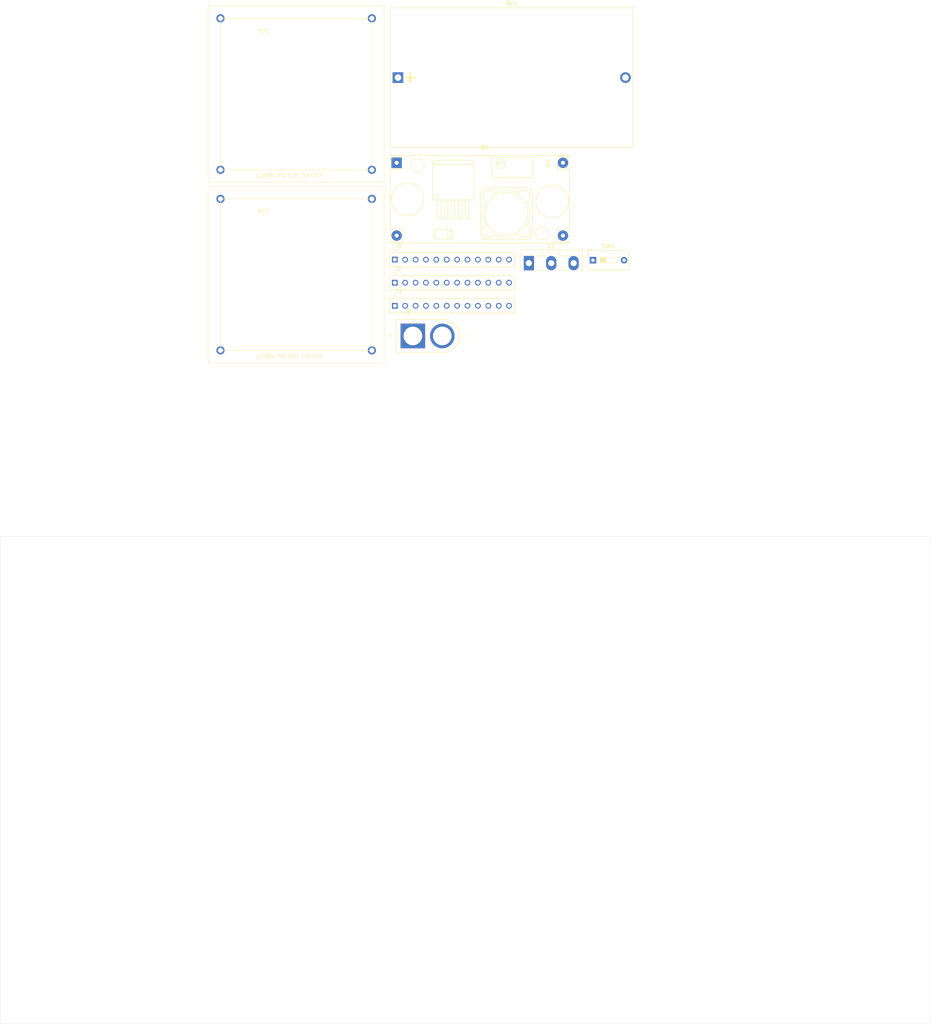
<source format=kicad_pcb>
(kicad_pcb (version 20240108) (generator "pcbnew") (generator_version "8.0")
  (layers (0 "F.Cu" signal) (31 "B.Cu" signal) (34 "B.Paste" user) (35 "F.Paste" user) (36 "B.SilkS" user "B.Silkscreen") (37 "F.SilkS" user "F.Silkscreen") (38 "B.Mask" user) (39 "F.Mask" user) (44 "Edge.Cuts" user))
  (net 0 "")
  (net 1 "+12V")
  (net 3 "Net-(B1-VOUT+)")
  (net 4 "Net-(B1-VIN-)")
  (net 5 "+3.3V")
  (footprint "M298N:motor_driver_nex6" (layer "F.Cu") (at 100.86 -87.075)
    (property "Reference" "MD1" (at 0 -0.5 0) (layer "F.SilkS") (effects (font (thickness 0.1))))
    (property "Value" "~")
    (fp_rect (start -13.5 -6.5) (end 29.5 36.5) (stroke (width 0.1)) (fill none) (layer "F.SilkS"))
    (fp_rect (start -10.5 -3.5) (end 26.5 33.5) (stroke (width 0.1)) (fill none) (layer "F.SilkS"))
    (fp_text user "L298N MOTOR DRIVER" (at -2 35.5 0) (layer "F.SilkS") (effects (font (thickness 0.1)) (justify left bottom)))
    (pad "1" thru_hole circle (at 26.5 -3.5) (size 2 2) (drill 1.2) (layers "*.Cu" "*.Mask"))
    (pad "2" thru_hole circle (at -10.5 -3.5) (size 2 2) (drill 1.2) (layers "*.Cu" "*.Mask"))
    (pad "3" thru_hole circle (at -10.5 33.5) (size 2 2) (drill 1.2) (layers "*.Cu" "*.Mask"))
    (pad "4" thru_hole circle (at 26.5 33.5) (size 2 2) (drill 1.2) (layers "*.Cu" "*.Mask"))
  )
  (footprint "Package_TO_SOT_THT:TO-218-3_Vertical" (layer "F.Cu") (at 165.715 -30.78)
    (property "Reference" "U1" (at 5.475 -4.29 0) (layer "F.SilkS"))
    (property "Value" "LM1117T-3.3")
    (fp_line (start -2.115 -3.29) (end -2.115 1.75) (stroke (width 0.12)) (layer "F.SilkS"))
    (fp_line (start -2.115 -3.29) (end 13.065 -3.29) (stroke (width 0.12)) (layer "F.SilkS"))
    (fp_line (start -2.115 -1.78) (end -1.4 -1.78) (stroke (width 0.12)) (layer "F.SilkS"))
    (fp_line (start -2.115 1.75) (end -1.4 1.75) (stroke (width 0.12)) (layer "F.SilkS"))
    (fp_line (start 1.4 -1.78) (end 4.075 -1.78) (stroke (width 0.12)) (layer "F.SilkS"))
    (fp_line (start 1.4 1.75) (end 4.075 1.75) (stroke (width 0.12)) (layer "F.SilkS"))
    (fp_line (start 3.36 -3.29) (end 3.36 -1.78) (stroke (width 0.12)) (layer "F.SilkS"))
    (fp_line (start 6.875 -1.78) (end 9.55 -1.78) (stroke (width 0.12)) (layer "F.SilkS"))
    (fp_line (start 6.875 1.75) (end 9.55 1.75) (stroke (width 0.12)) (layer "F.SilkS"))
    (fp_line (start 7.59 -3.29) (end 7.59 -1.78) (stroke (width 0.12)) (layer "F.SilkS"))
    (fp_line (start 12.35 -1.78) (end 13.065 -1.78) (stroke (width 0.12)) (layer "F.SilkS"))
    (fp_line (start 12.35 1.75) (end 13.065 1.75) (stroke (width 0.12)) (layer "F.SilkS"))
    (fp_line (start 13.065 -3.29) (end 13.065 1.75) (stroke (width 0.12)) (layer "F.SilkS"))
    (pad "1" thru_hole rect (at 0 0) (size 2.5 3.5) (drill 1.5) (layers "*.Cu" "*.Mask"))
    (pad "2" thru_hole oval (at 5.475 0) (size 2.5 3.5) (drill 1.5) (layers "*.Cu" "*.Mask") (net 5 "+3.3V"))
    (pad "3" thru_hole oval (at 10.95 0) (size 2.5 3.5) (drill 1.5) (layers "*.Cu" "*.Mask"))
  )
  (footprint "buck_ft:YAAJ_DCDC_StepDown_LM2596" (layer "F.Cu") (at 133.415 -55.29)
    (property "Reference" "B1" (at 21.59 -3.81 0) (layer "F.SilkS"))
    (property "Value" "~")
    (fp_line (start -1.555 -1.835) (end -1.555 19.615) (stroke (width 0.12)) (layer "F.SilkS"))
    (fp_line (start -1.555 19.615) (end 42.195 19.615) (stroke (width 0.12)) (layer "F.SilkS"))
    (fp_line (start -1.55 -1.58) (end -0.25 -1.58) (stroke (width 0.12)) (layer "F.SilkS"))
    (fp_line (start -1.55 1.575) (end 1.58 1.58) (stroke (width 0.12)) (layer "F.SilkS"))
    (fp_line (start -1.55 16.2) (end 1.58 16.2) (stroke (width 0.12)) (layer "F.SilkS"))
    (fp_line (start -1.55 19.36) (end 1.58 19.36) (stroke (width 0.12)) (layer "F.SilkS"))
    (fp_line (start 1.58 1.27) (end 1.58 1.58) (stroke (width 0.12)) (layer "F.SilkS"))
    (fp_line (start 1.58 16.2) (end 1.58 19.36) (stroke (width 0.12)) (layer "F.SilkS"))
    (fp_line (start 8.749233 1.004149) (end 8.749233 1.165687) (stroke (width 0.12)) (layer "F.SilkS"))
    (fp_line (start 8.750233 -0.36239) (end 10.400233 -0.653329) (stroke (width 0.12)) (layer "F.SilkS"))
    (fp_line (start 8.750233 8.989106) (end 8.750233 -0.36239) (stroke (width 0.12)) (layer "F.SilkS"))
    (fp_line (start 8.750233 8.989106) (end 8.827797 9.06667) (stroke (width 0.12)) (layer "F.SilkS"))
    (fp_line (start 8.827797 9.06667) (end 18.83267 9.06667) (stroke (width 0.12)) (layer "F.SilkS"))
    (fp_line (start 9.031636 16.558217) (end 9.481636 16.558217) (stroke (width 0.12)) (layer "F.SilkS"))
    (fp_line (start 9.031636 18.308217) (end 9.031636 16.558217) (stroke (width 0.12)) (layer "F.SilkS"))
    (fp_line (start 9.481636 18.308217) (end 9.031636 18.308217) (stroke (width 0.12)) (layer "F.SilkS"))
    (fp_line (start 9.481636 18.583217) (end 9.481636 16.283217) (stroke (width 0.12)) (layer "F.SilkS"))
    (fp_line (start 9.581636 16.183217) (end 13.181636 16.183217) (stroke (width 0.12)) (layer "F.SilkS"))
    (fp_line (start 10.010233 13.69667) (end 10.010233 9.06667) (stroke (width 0.12)) (layer "F.SilkS"))
    (fp_line (start 10.010233 13.69667) (end 10.850233 13.69667) (stroke (width 0.12)) (layer "F.SilkS"))
    (fp_line (start 10.400233 -0.653329) (end 17.260233 -0.653329) (stroke (width 0.12)) (layer "F.SilkS"))
    (fp_line (start 10.850233 13.69667) (end 10.850233 9.06667) (stroke (width 0.12)) (layer "F.SilkS"))
    (fp_line (start 11.710233 13.69667) (end 11.710233 9.06667) (stroke (width 0.12)) (layer "F.SilkS"))
    (fp_line (start 11.710233 13.69667) (end 12.550233 13.69667) (stroke (width 0.12)) (layer "F.SilkS"))
    (fp_line (start 12.411358 16.283217) (end 12.411358 18.583217) (stroke (width 0.12)) (layer "F.SilkS"))
    (fp_line (start 12.550233 13.69667) (end 12.550233 9.06667) (stroke (width 0.12)) (layer "F.SilkS"))
    (fp_line (start 13.181636 18.683217) (end 9.581636 18.683217) (stroke (width 0.12)) (layer "F.SilkS"))
    (fp_line (start 13.281636 16.283217) (end 13.281636 18.583217) (stroke (width 0.12)) (layer "F.SilkS"))
    (fp_line (start 13.281636 16.558217) (end 13.731636 16.558217) (stroke (width 0.12)) (layer "F.SilkS"))
    (fp_line (start 13.282636 16.794696) (end 13.282636 16.700144) (stroke (width 0.12)) (layer "F.SilkS"))
    (fp_line (start 13.410233 13.69667) (end 13.410233 9.06667) (stroke (width 0.12)) (layer "F.SilkS"))
    (fp_line (start 13.410233 13.69667) (end 14.250233 13.69667) (stroke (width 0.12)) (layer "F.SilkS"))
    (fp_line (start 13.731636 16.558217) (end 13.731636 18.308217) (stroke (width 0.12)) (layer "F.SilkS"))
    (fp_line (start 13.731636 18.308217) (end 13.281636 18.308217) (stroke (width 0.12)) (layer "F.SilkS"))
    (fp_line (start 14.250233 13.69667) (end 14.250233 9.06667) (stroke (width 0.12)) (layer "F.SilkS"))
    (fp_line (start 15.110233 13.69667) (end 15.110233 9.06667) (stroke (width 0.12)) (layer "F.SilkS"))
    (fp_line (start 15.110233 13.69667) (end 15.950233 13.69667) (stroke (width 0.12)) (layer "F.SilkS"))
    (fp_line (start 15.950233 13.69667) (end 15.950233 9.06667) (stroke (width 0.12)) (layer "F.SilkS"))
    (fp_line (start 16.810233 13.69667) (end 16.810233 9.06667) (stroke (width 0.12)) (layer "F.SilkS"))
    (fp_line (start 16.810233 13.69667) (end 17.650233 13.69667) (stroke (width 0.12)) (layer "F.SilkS"))
    (fp_line (start 17.260233 -0.653329) (end 18.910233 -0.36239) (stroke (width 0.12)) (layer "F.SilkS"))
    (fp_line (start 17.650233 13.69667) (end 17.650233 9.06667) (stroke (width 0.12)) (layer "F.SilkS"))
    (fp_line (start 18.83267 9.06667) (end 18.910233 8.989106) (stroke (width 0.12)) (layer "F.SilkS"))
    (fp_line (start 18.910233 0.42667) (end 8.750233 0.42667) (stroke (width 0.12)) (layer "F.SilkS"))
    (fp_line (start 18.910233 8.989106) (end 18.910233 -0.36239) (stroke (width 0.12)) (layer "F.SilkS"))
    (fp_line (start 20.467397 7.585796) (end 20.467397 17.285796) (stroke (width 0.12)) (layer "F.SilkS"))
    (fp_line (start 21.967397 18.785796) (end 31.667397 18.785796) (stroke (width 0.12)) (layer "F.SilkS"))
    (fp_line (start 23.299783 3.582294) (end 23.299783 -1.317705) (stroke (width 0.12)) (layer "F.SilkS"))
    (fp_line (start 23.349783 -1.367705) (end 33.249783 -1.367705) (stroke (width 0.12)) (layer "F.SilkS"))
    (fp_line (start 24.336385 -0.0491) (end 24.360553 -0.017705) (stroke (width 0.12)) (layer "F.SilkS"))
    (fp_line (start 24.348594 0.007294) (end 24.324147 0.002062) (stroke (width 0.12)) (layer "F.SilkS"))
    (fp_line (start 24.348594 0.007294) (end 24.355764 -0.023925) (stroke (width 0.12)) (layer "F.SilkS"))
    (fp_line (start 24.348594 0.007294) (end 24.360553 -0.017705) (stroke (width 0.12)) (layer "F.SilkS"))
    (fp_line (start 24.360553 0.482294) (end 26.439014 0.482294) (stroke (width 0.12)) (layer "F.SilkS"))
    (fp_line (start 26.439014 -0.017705) (end 24.360553 -0.017705) (stroke (width 0.12)) (layer "F.SilkS"))
    (fp_line (start 31.667397 6.085796) (end 21.967397 6.085796) (stroke (width 0.12)) (layer "F.SilkS"))
    (fp_line (start 31.858978 -1.368705) (end 31.814106 -1.368705) (stroke (width 0.12)) (layer "F.SilkS"))
    (fp_line (start 31.942312 -1.368705) (end 31.908357 -1.368705) (stroke (width 0.12)) (layer "F.SilkS"))
    (fp_line (start 33.167397 17.285796) (end 33.167397 7.585796) (stroke (width 0.12)) (layer "F.SilkS"))
    (fp_line (start 33.249783 3.632294) (end 23.349783 3.632294) (stroke (width 0.12)) (layer "F.SilkS"))
    (fp_line (start 33.299783 -1.317705) (end 33.299783 3.582294) (stroke (width 0.12)) (layer "F.SilkS"))
    (fp_line (start 36.648681 -0.299704) (end 37.448681 -0.299704) (stroke (width 0.12)) (layer "F.SilkS"))
    (fp_line (start 36.648681 0.980295) (end 36.648681 -0.619704) (stroke (width 0.12)) (layer "F.SilkS"))
    (fp_line (start 37.448681 -0.619704) (end 36.648681 -0.619704) (stroke (width 0.12)) (layer "F.SilkS"))
    (fp_line (start 37.448681 -0.619704) (end 37.448681 0.980295) (stroke (width 0.12)) (layer "F.SilkS"))
    (fp_line (start 37.448681 0.660295) (end 36.648681 0.660295) (stroke (width 0.12)) (layer "F.SilkS"))
    (fp_line (start 37.448681 0.980295) (end 36.648681 0.980295) (stroke (width 0.12)) (layer "F.SilkS"))
    (fp_line (start 39.06 -1.58) (end 42.175 -1.58) (stroke (width 0.12)) (layer "F.SilkS"))
    (fp_line (start 39.06 1.58) (end 39.06 -1.58) (stroke (width 0.12)) (layer "F.SilkS"))
    (fp_line (start 39.06 1.58) (end 42.22 1.58) (stroke (width 0.12)) (layer "F.SilkS"))
    (fp_line (start 39.06 16.2) (end 42.175 16.2) (stroke (width 0.12)) (layer "F.SilkS"))
    (fp_line (start 39.06 19.36) (end 39.06 16.2) (stroke (width 0.12)) (layer "F.SilkS"))
    (fp_line (start 39.06 19.36) (end 42.175 19.36) (stroke (width 0.12)) (layer "F.SilkS"))
    (fp_line (start 42.195 -1.835) (end -1.555 -1.835) (stroke (width 0.12)) (layer "F.SilkS"))
    (fp_line (start 42.195 19.615) (end 42.195 -1.835) (stroke (width 0.12)) (layer "F.SilkS"))
    (fp_arc (start 9.481636 16.283217) (mid 9.510921 16.212508) (end 9.581636 16.183217) (stroke (width 0.12)) (layer "F.SilkS"))
    (fp_arc (start 9.581636 18.683217) (mid 9.510896 18.653941) (end 9.481636 18.583217) (stroke (width 0.12)) (layer "F.SilkS"))
    (fp_arc (start 13.181636 16.183217) (mid 13.252317 16.21252) (end 13.281636 16.283217) (stroke (width 0.12)) (layer "F.SilkS"))
    (fp_arc (start 13.281636 18.583217) (mid 13.252343 18.653929) (end 13.181636 18.683217) (stroke (width 0.12)) (layer "F.SilkS"))
    (fp_arc (start 20.467397 7.585796) (mid 20.906738 6.525137) (end 21.967397 6.085796) (stroke (width 0.12)) (layer "F.SilkS"))
    (fp_arc (start 21.781131 9.46601) (mid 21.825155 9.526249) (end 21.815218 9.600183) (stroke (width 0.12)) (layer "F.SilkS"))
    (fp_arc (start 21.781132 9.466011) (mid 21.514101 7.132501) (end 23.847611 7.399531) (stroke (width 0.12)) (layer "F.SilkS"))
    (fp_arc (start 21.815217 15.271409) (mid 21.825126 15.345337) (end 21.781132 15.405582) (stroke (width 0.12)) (layer "F.SilkS"))
    (fp_arc (start 21.815218 15.27141) (mid 21.067399 12.435797) (end 21.815218 9.600183) (stroke (width 0.12)) (layer "F.SilkS"))
    (fp_arc (start 21.967397 18.785796) (mid 20.90674 18.346455) (end 20.467397 17.285796) (stroke (width 0.12)) (layer "F.SilkS"))
    (fp_arc (start 23.299783 -1.317705) (mid 23.314428 -1.353063) (end 23.349783 -1.367705) (stroke (width 0.12)) (layer "F.SilkS"))
    (fp_arc (start 23.349783 3.632294) (mid 23.314441 3.617643) (end 23.299783 3.582294) (stroke (width 0.12)) (layer "F.SilkS"))
    (fp_arc (start 23.847611 17.472062) (mid 21.514153 17.739048) (end 21.781132 15.405582) (stroke (width 0.12)) (layer "F.SilkS"))
    (fp_arc (start 23.847611 17.472062) (mid 23.90785 17.428041) (end 23.981783 17.437976) (stroke (width 0.12)) (layer "F.SilkS"))
    (fp_arc (start 23.981783 7.433617) (mid 23.907859 7.44352) (end 23.847611 7.399531) (stroke (width 0.12)) (layer "F.SilkS"))
    (fp_arc (start 23.981784 7.433617) (mid 26.817398 6.685796) (end 29.653011 7.433617) (stroke (width 0.12)) (layer "F.SilkS"))
    (fp_arc (start 24.324148 0.462527) (mid 26.469639 -0.023582) (end 24.336385 0.51369) (stroke (width 0.12)) (layer "F.SilkS"))
    (fp_arc (start 29.653011 17.437976) (mid 26.817397 18.185797) (end 23.981783 17.437976) (stroke (width 0.12)) (layer "F.SilkS"))
    (fp_arc (start 29.653011 17.437976) (mid 29.726938 17.428069) (end 29.787183 17.472062) (stroke (width 0.12)) (layer "F.SilkS"))
    (fp_arc (start 29.787183 7.399531) (mid 29.726945 7.443551) (end 29.653011 7.433617) (stroke (width 0.12)) (layer "F.SilkS"))
    (fp_arc (start 29.787183 7.399531) (mid 32.120655 7.132547) (end 31.853662 9.466011) (stroke (width 0.12)) (layer "F.SilkS"))
    (fp_arc (start 31.667397 6.085796) (mid 32.728061 6.525135) (end 33.167397 7.585796) (stroke (width 0.12)) (layer "F.SilkS"))
    (fp_arc (start 31.819576 9.600183) (mid 32.567399 12.435797) (end 31.819576 15.27141) (stroke (width 0.12)) (layer "F.SilkS"))
    (fp_arc (start 31.819577 9.600184) (mid 31.809674 9.526259) (end 31.853662 9.466011) (stroke (width 0.12)) (layer "F.SilkS"))
    (fp_arc (start 31.853662 15.405582) (mid 32.120701 17.739101) (end 29.787183 17.472062) (stroke (width 0.12)) (layer "F.SilkS"))
    (fp_arc (start 31.853663 15.405583) (mid 31.809646 15.345344) (end 31.819576 15.27141) (stroke (width 0.12)) (layer "F.SilkS"))
    (fp_arc (start 33.167397 17.285796) (mid 32.728058 18.346458) (end 31.667397 18.785796) (stroke (width 0.12)) (layer "F.SilkS"))
    (fp_arc (start 33.249783 -1.367705) (mid 33.285151 -1.353067) (end 33.299783 -1.317705) (stroke (width 0.12)) (layer "F.SilkS"))
    (fp_arc (start 33.299783 3.582294) (mid 33.285139 3.617647) (end 33.249783 3.632294) (stroke (width 0.12)) (layer "F.SilkS"))
    (fp_circle (center 2.646666 8.957418) (end 6.646666 8.957418) (stroke (width 0.12)) (fill none) (layer "F.SilkS"))
    (fp_circle (center 5.08 0.635) (end 6.678999 0.635) (stroke (width 0.12)) (fill none) (layer "F.SilkS"))
    (fp_circle (center 9.673179 8.154594) (end 10.048179 8.154594) (stroke (width 0.12)) (fill none) (layer "F.SilkS"))
    (fp_circle (center 26.817397 12.435796) (end 32.067397 12.435796) (stroke (width 0.12)) (fill none) (layer "F.SilkS"))
    (fp_circle (center 35.56 17.145) (end 37.159 17.145) (stroke (width 0.12)) (fill none) (layer "F.SilkS"))
    (fp_circle (center 38.029307 9.455206) (end 42.029307 9.455206) (stroke (width 0.12)) (fill none) (layer "F.SilkS"))
    (pad "1" thru_hole rect (at 0 0) (size 2.54 2.54) (drill 1) (layers "*.Cu" "*.Mask") (net 1 "+12V"))
    (pad "2" thru_hole circle (at 0 17.78) (size 2.54 2.54) (drill 1) (layers "*.Cu" "*.Mask") (net 4 "Net-(B1-VIN-)"))
    (pad "3" thru_hole circle (at 40.64 17.78) (size 2.54 2.54) (drill 1) (layers "*.Cu" "*.Mask") (net 3 "Net-(B1-VOUT+)"))
    (pad "4" thru_hole circle (at 40.64 0) (size 2.54 2.54) (drill 1) (layers "*.Cu" "*.Mask"))
  )
  (footprint "12_pin_connector:TE_6-534237-0" (layer "F.Cu") (at 146.925 -20.375)
    (property "Reference" "J3" (at -13.065 -3.415 0) (layer "F.SilkS"))
    (property "Value" "Conn_01x12_Pin")
    (fp_line (start -15.24 -1.78) (end 15.24 -1.78) (stroke (width 0.127)) (layer "F.SilkS"))
    (fp_line (start -15.24 1.78) (end -15.24 -1.78) (stroke (width 0.127)) (layer "F.SilkS"))
    (fp_line (start 15.24 -1.78) (end 15.24 1.78) (stroke (width 0.127)) (layer "F.SilkS"))
    (fp_line (start 15.24 1.78) (end -15.24 1.78) (stroke (width 0.127)) (layer "F.SilkS"))
    (fp_circle (center -13.97 -2.38) (end -13.87 -2.38) (stroke (width 0.2)) (fill none) (layer "F.SilkS"))
    (pad "1" thru_hole rect (at -13.97 0) (size 1.388 1.388) (drill 0.88) (layers "*.Cu" "*.Mask") (net 4 "Net-(B1-VIN-)"))
    (pad "2" thru_hole circle (at -11.43 0) (size 1.388 1.388) (drill 0.88) (layers "*.Cu" "*.Mask") (net 4 "Net-(B1-VIN-)"))
    (pad "3" thru_hole circle (at -8.89 0) (size 1.388 1.388) (drill 0.88) (layers "*.Cu" "*.Mask") (net 4 "Net-(B1-VIN-)"))
    (pad "4" thru_hole circle (at -6.35 0) (size 1.388 1.388) (drill 0.88) (layers "*.Cu" "*.Mask") (net 4 "Net-(B1-VIN-)"))
    (pad "5" thru_hole circle (at -3.81 0) (size 1.388 1.388) (drill 0.88) (layers "*.Cu" "*.Mask") (net 4 "Net-(B1-VIN-)"))
    (pad "6" thru_hole circle (at -1.27 0) (size 1.388 1.388) (drill 0.88) (layers "*.Cu" "*.Mask") (net 4 "Net-(B1-VIN-)"))
    (pad "7" thru_hole circle (at 1.27 0) (size 1.388 1.388) (drill 0.88) (layers "*.Cu" "*.Mask") (net 4 "Net-(B1-VIN-)"))
    (pad "8" thru_hole circle (at 3.81 0) (size 1.388 1.388) (drill 0.88) (layers "*.Cu" "*.Mask") (net 4 "Net-(B1-VIN-)"))
    (pad "9" thru_hole circle (at 6.35 0) (size 1.388 1.388) (drill 0.88) (layers "*.Cu" "*.Mask") (net 4 "Net-(B1-VIN-)"))
    (pad "10" thru_hole circle (at 8.89 0) (size 1.388 1.388) (drill 0.88) (layers "*.Cu" "*.Mask") (net 4 "Net-(B1-VIN-)"))
    (pad "11" thru_hole circle (at 11.43 0) (size 1.388 1.388) (drill 0.88) (layers "*.Cu" "*.Mask") (net 4 "Net-(B1-VIN-)"))
    (pad "12" thru_hole circle (at 13.97 0) (size 1.388 1.388) (drill 0.88) (layers "*.Cu" "*.Mask") (net 4 "Net-(B1-VIN-)"))
  )
  (footprint "12_pin_connector:TE_6-534237-0" (layer "F.Cu") (at 146.925 -26.01)
    (property "Reference" "J2" (at -13.065 -3.415 0) (layer "F.SilkS"))
    (property "Value" "Conn_01x12_Pin")
    (fp_line (start -15.24 -1.78) (end 15.24 -1.78) (stroke (width 0.127)) (layer "F.SilkS"))
    (fp_line (start -15.24 1.78) (end -15.24 -1.78) (stroke (width 0.127)) (layer "F.SilkS"))
    (fp_line (start 15.24 -1.78) (end 15.24 1.78) (stroke (width 0.127)) (layer "F.SilkS"))
    (fp_line (start 15.24 1.78) (end -15.24 1.78) (stroke (width 0.127)) (layer "F.SilkS"))
    (fp_circle (center -13.97 -2.38) (end -13.87 -2.38) (stroke (width 0.2)) (fill none) (layer "F.SilkS"))
    (pad "1" thru_hole rect (at -13.97 0) (size 1.388 1.388) (drill 0.88) (layers "*.Cu" "*.Mask") (net 3 "Net-(B1-VOUT+)"))
    (pad "2" thru_hole circle (at -11.43 0) (size 1.388 1.388) (drill 0.88) (layers "*.Cu" "*.Mask") (net 3 "Net-(B1-VOUT+)"))
    (pad "3" thru_hole circle (at -8.89 0) (size 1.388 1.388) (drill 0.88) (layers "*.Cu" "*.Mask") (net 3 "Net-(B1-VOUT+)"))
    (pad "4" thru_hole circle (at -6.35 0) (size 1.388 1.388) (drill 0.88) (layers "*.Cu" "*.Mask") (net 3 "Net-(B1-VOUT+)"))
    (pad "5" thru_hole circle (at -3.81 0) (size 1.388 1.388) (drill 0.88) (layers "*.Cu" "*.Mask") (net 3 "Net-(B1-VOUT+)"))
    (pad "6" thru_hole circle (at -1.27 0) (size 1.388 1.388) (drill 0.88) (layers "*.Cu" "*.Mask") (net 3 "Net-(B1-VOUT+)"))
    (pad "7" thru_hole circle (at 1.27 0) (size 1.388 1.388) (drill 0.88) (layers "*.Cu" "*.Mask") (net 3 "Net-(B1-VOUT+)"))
    (pad "8" thru_hole circle (at 3.81 0) (size 1.388 1.388) (drill 0.88) (layers "*.Cu" "*.Mask") (net 3 "Net-(B1-VOUT+)"))
    (pad "9" thru_hole circle (at 6.35 0) (size 1.388 1.388) (drill 0.88) (layers "*.Cu" "*.Mask") (net 3 "Net-(B1-VOUT+)"))
    (pad "10" thru_hole circle (at 8.89 0) (size 1.388 1.388) (drill 0.88) (layers "*.Cu" "*.Mask") (net 3 "Net-(B1-VOUT+)"))
    (pad "11" thru_hole circle (at 11.43 0) (size 1.388 1.388) (drill 0.88) (layers "*.Cu" "*.Mask") (net 3 "Net-(B1-VOUT+)"))
    (pad "12" thru_hole circle (at 13.97 0) (size 1.388 1.388) (drill 0.88) (layers "*.Cu" "*.Mask") (net 3 "Net-(B1-VOUT+)"))
  )
  (footprint "M298N:motor_driver_nex6" (layer "F.Cu") (at 100.86 -42.975)
    (property "Reference" "MD2" (at 0 -0.5 0) (layer "F.SilkS") (effects (font (thickness 0.1))))
    (property "Value" "~")
    (fp_rect (start -13.5 -6.5) (end 29.5 36.5) (stroke (width 0.1)) (fill none) (layer "F.SilkS"))
    (fp_rect (start -10.5 -3.5) (end 26.5 33.5) (stroke (width 0.1)) (fill none) (layer "F.SilkS"))
    (fp_text user "L298N MOTOR DRIVER" (at -2 35.5 0) (layer "F.SilkS") (effects (font (thickness 0.1)) (justify left bottom)))
    (pad "1" thru_hole circle (at 26.5 -3.5) (size 2 2) (drill 1.2) (layers "*.Cu" "*.Mask"))
    (pad "2" thru_hole circle (at -10.5 -3.5) (size 2 2) (drill 1.2) (layers "*.Cu" "*.Mask"))
    (pad "3" thru_hole circle (at -10.5 33.5) (size 2 2) (drill 1.2) (layers "*.Cu" "*.Mask"))
    (pad "4" thru_hole circle (at 26.5 33.5) (size 2 2) (drill 1.2) (layers "*.Cu" "*.Mask"))
  )
  (footprint "Button_Switch_THT:SW_DIP_SPSTx01_Slide_9.78x4.72mm_W7.62mm_P2.54mm" (layer "F.Cu") (at 181.38 -31.5)
    (property "Reference" "SW1" (at 3.81 -3.42 0) (layer "F.SilkS"))
    (property "Value" "SW_SPST")
    (fp_line (start -1.38 -2.66) (end -1.38 -1.277) (stroke (width 0.12)) (layer "F.SilkS"))
    (fp_line (start -1.38 -2.66) (end 0.004 -2.66) (stroke (width 0.12)) (layer "F.SilkS"))
    (fp_line (start -1.14 -2.42) (end -1.14 2.42) (stroke (width 0.12)) (layer "F.SilkS"))
    (fp_line (start -1.14 -2.42) (end 8.76 -2.42) (stroke (width 0.12)) (layer "F.SilkS"))
    (fp_line (start -1.14 2.42) (end 8.76 2.42) (stroke (width 0.12)) (layer "F.SilkS"))
    (fp_line (start 1.78 -0.635) (end 1.78 0.635) (stroke (width 0.12)) (layer "F.SilkS"))
    (fp_line (start 1.78 -0.515) (end 3.133333 -0.515) (stroke (width 0.12)) (layer "F.SilkS"))
    (fp_line (start 1.78 -0.395) (end 3.133333 -0.395) (stroke (width 0.12)) (layer "F.SilkS"))
    (fp_line (start 1.78 -0.275) (end 3.133333 -0.275) (stroke (width 0.12)) (layer "F.SilkS"))
    (fp_line (start 1.78 -0.155) (end 3.133333 -0.155) (stroke (width 0.12)) (layer "F.SilkS"))
    (fp_line (start 1.78 -0.035) (end 3.133333 -0.035) (stroke (width 0.12)) (layer "F.SilkS"))
    (fp_line (start 1.78 0.085) (end 3.133333 0.085) (stroke (width 0.12)) (layer "F.SilkS"))
    (fp_line (start 1.78 0.205) (end 3.133333 0.205) (stroke (width 0.12)) (layer "F.SilkS"))
    (fp_line (start 1.78 0.325) (end 3.133333 0.325) (stroke (width 0.12)) (layer "F.SilkS"))
    (fp_line (start 1.78 0.445) (end 3.133333 0.445) (stroke (width 0.12)) (layer "F.SilkS"))
    (fp_line (start 1.78 0.565) (end 3.133333 0.565) (stroke (width 0.12)) (layer "F.SilkS"))
    (fp_line (start 1.78 0.635) (end 5.84 0.635) (stroke (width 0.12)) (layer "F.SilkS"))
    (fp_line (start 3.133333 -0.635) (end 3.133333 0.635) (stroke (width 0.12)) (layer "F.SilkS"))
    (fp_line (start 5.84 -0.635) (end 1.78 -0.635) (stroke (width 0.12)) (layer "F.SilkS"))
    (fp_line (start 5.84 0.635) (end 5.84 -0.635) (stroke (width 0.12)) (layer "F.SilkS"))
    (fp_line (start 8.76 -2.42) (end 8.76 2.42) (stroke (width 0.12)) (layer "F.SilkS"))
    (pad "1" thru_hole rect (at 0 0) (size 1.6 1.6) (drill 0.8) (layers "*.Cu" "*.Mask") (net 1 "+12V"))
    (pad "2" thru_hole oval (at 7.62 0) (size 1.6 1.6) (drill 0.8) (layers "*.Cu" "*.Mask") (net 1 "+12V"))
  )
  (footprint "xt60:AMASS_XT60-M" (layer "F.Cu") (at 140.9735 -13)
    (property "Reference" "J0" (at -4.825 -5.935 0) (layer "F.SilkS"))
    (property "Value" "XT60-M")
    (fp_line (start -9.5 0) (end -8.5 0) (stroke (width 0.127)) (layer "F.SilkS"))
    (fp_line (start -9 -0.5) (end -9 0.5) (stroke (width 0.127)) (layer "F.SilkS"))
    (fp_line (start -7.75 -4.05) (end 4.95 -4.05) (stroke (width 0.127)) (layer "F.SilkS"))
    (fp_line (start -7.75 4.05) (end -7.75 -4.05) (stroke (width 0.127)) (layer "F.SilkS"))
    (fp_line (start 4.95 -4.05) (end 7.75 -1.6) (stroke (width 0.127)) (layer "F.SilkS"))
    (fp_line (start 4.95 4.05) (end -7.75 4.05) (stroke (width 0.127)) (layer "F.SilkS"))
    (fp_line (start 7.75 -1.6) (end 7.75 1.6) (stroke (width 0.127)) (layer "F.SilkS"))
    (fp_line (start 7.75 1.6) (end 4.95 4.05) (stroke (width 0.127)) (layer "F.SilkS"))
    (fp_line (start 8.5 0) (end 9.5 0) (stroke (width 0.127)) (layer "F.SilkS"))
    (pad "N" thru_hole circle (at 3.6 0) (size 6 6) (drill 4.55) (layers "*.Cu" "*.Mask") (net 4 "Net-(B1-VIN-)"))
    (pad "P" thru_hole rect (at -3.6 0) (size 6 6) (drill 4.55) (layers "*.Cu" "*.Mask") (net 1 "+12V"))
  )
  (footprint "12_pin_connector:TE_6-534237-0" (layer "F.Cu") (at 146.925 -31.645)
    (property "Reference" "J1" (at -13.065 -3.415 0) (layer "F.SilkS"))
    (property "Value" "Conn_01x12_Pin")
    (fp_line (start -15.24 -1.78) (end 15.24 -1.78) (stroke (width 0.127)) (layer "F.SilkS"))
    (fp_line (start -15.24 1.78) (end -15.24 -1.78) (stroke (width 0.127)) (layer "F.SilkS"))
    (fp_line (start 15.24 -1.78) (end 15.24 1.78) (stroke (width 0.127)) (layer "F.SilkS"))
    (fp_line (start 15.24 1.78) (end -15.24 1.78) (stroke (width 0.127)) (layer "F.SilkS"))
    (fp_circle (center -13.97 -2.38) (end -13.87 -2.38) (stroke (width 0.2)) (fill none) (layer "F.SilkS"))
    (pad "1" thru_hole rect (at -13.97 0) (size 1.388 1.388) (drill 0.88) (layers "*.Cu" "*.Mask") (net 5 "+3.3V"))
    (pad "2" thru_hole circle (at -11.43 0) (size 1.388 1.388) (drill 0.88) (layers "*.Cu" "*.Mask") (net 5 "+3.3V"))
    (pad "3" thru_hole circle (at -8.89 0) (size 1.388 1.388) (drill 0.88) (layers "*.Cu" "*.Mask") (net 5 "+3.3V"))
    (pad "4" thru_hole circle (at -6.35 0) (size 1.388 1.388) (drill 0.88) (layers "*.Cu" "*.Mask") (net 5 "+3.3V"))
    (pad "5" thru_hole circle (at -3.81 0) (size 1.388 1.388) (drill 0.88) (layers "*.Cu" "*.Mask") (net 5 "+3.3V"))
    (pad "6" thru_hole circle (at -1.27 0) (size 1.388 1.388) (drill 0.88) (layers "*.Cu" "*.Mask") (net 5 "+3.3V"))
    (pad "7" thru_hole circle (at 1.27 0) (size 1.388 1.388) (drill 0.88) (layers "*.Cu" "*.Mask") (net 5 "+3.3V"))
    (pad "8" thru_hole circle (at 3.81 0) (size 1.388 1.388) (drill 0.88) (layers "*.Cu" "*.Mask") (net 5 "+3.3V"))
    (pad "9" thru_hole circle (at 6.35 0) (size 1.388 1.388) (drill 0.88) (layers "*.Cu" "*.Mask") (net 5 "+3.3V"))
    (pad "10" thru_hole circle (at 8.89 0) (size 1.388 1.388) (drill 0.88) (layers "*.Cu" "*.Mask") (net 5 "+3.3V"))
    (pad "11" thru_hole circle (at 11.43 0) (size 1.388 1.388) (drill 0.88) (layers "*.Cu" "*.Mask") (net 5 "+3.3V"))
    (pad "12" thru_hole circle (at 13.97 0) (size 1.388 1.388) (drill 0.88) (layers "*.Cu" "*.Mask") (net 5 "+3.3V"))
  )
  (footprint "Battery:BatteryHolder_Bulgin_BX0036_1xC" (layer "F.Cu") (at 133.735 -76.1)
    (property "Reference" "BT1" (at 27.8 -18.1 0) (layer "F.SilkS"))
    (property "Value" "12V")
    (fp_line (start -1.81 -17.06) (end -1.81 17.06) (stroke (width 0.12)) (layer "F.SilkS"))
    (fp_line (start -1.81 -17.06) (end 57.41 -17.06) (stroke (width 0.12)) (layer "F.SilkS"))
    (fp_line (start -1.81 17.06) (end 57.41 17.06) (stroke (width 0.12)) (layer "F.SilkS"))
    (fp_line (start 57.41 -17.06) (end 57.41 17.06) (stroke (width 0.12)) (layer "F.SilkS"))
    (fp_text user "+" (at 3 -0.2 0) (layer "F.SilkS") (effects (font (size 3 3) (thickness 0.45))))
    (pad "" np_thru_hole circle (at 11.9 0) (size 3.8 3.8) (drill 3.8) (layers "*.Cu" "*.Mask"))
    (pad "" np_thru_hole circle (at 43.7 0) (size 3.8 3.8) (drill 3.8) (layers "*.Cu" "*.Mask"))
    (pad "1" thru_hole rect (at 0 0) (size 2.6 2.6) (drill 1.6) (layers "*.Cu" "*.Mask") (net 1 "+12V"))
    (pad "2" thru_hole circle (at 55.6 0) (size 2.6 2.6) (drill 1.6) (layers "*.Cu" "*.Mask") (net 4 "Net-(B1-VIN-)"))
  )
  (gr_rect (start 36.5 36) (end 264 155) (stroke (width 0.05)) (fill none) (layer "Edge.Cuts"))
)
</source>
